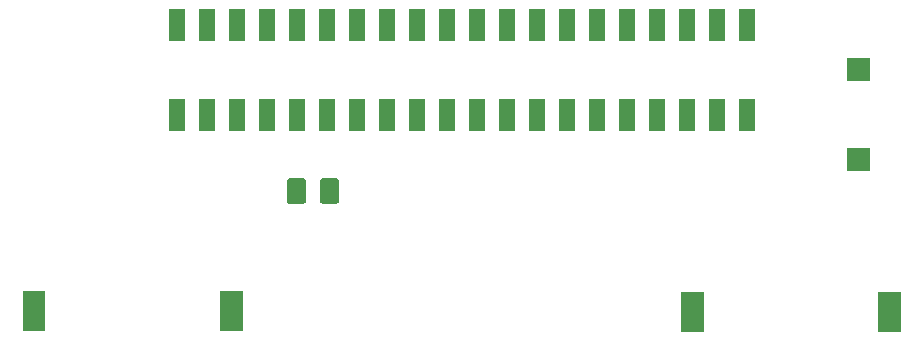
<source format=gbr>
G04 #@! TF.GenerationSoftware,KiCad,Pcbnew,5.0.1+dfsg1-2~bpo9+1*
G04 #@! TF.CreationDate,2018-11-07T17:05:17+00:00*
G04 #@! TF.ProjectId,xmas_zero_bauble,786D61735F7A65726F5F626175626C65,rev?*
G04 #@! TF.SameCoordinates,Original*
G04 #@! TF.FileFunction,Soldermask,Bot*
G04 #@! TF.FilePolarity,Negative*
%FSLAX46Y46*%
G04 Gerber Fmt 4.6, Leading zero omitted, Abs format (unit mm)*
G04 Created by KiCad (PCBNEW 5.0.1+dfsg1-2~bpo9+1) date Wed 07 Nov 2018 17:05:17 GMT*
%MOMM*%
%LPD*%
G01*
G04 APERTURE LIST*
%ADD10C,0.100000*%
G04 APERTURE END LIST*
D10*
G36*
X227380500Y-86763500D02*
X225456500Y-86763500D01*
X225456500Y-83363500D01*
X227380500Y-83363500D01*
X227380500Y-86763500D01*
X227380500Y-86763500D01*
G37*
G36*
X210680000Y-86763500D02*
X208756000Y-86763500D01*
X208756000Y-83363500D01*
X210680000Y-83363500D01*
X210680000Y-86763500D01*
X210680000Y-86763500D01*
G37*
G36*
X171644000Y-86636500D02*
X169720000Y-86636500D01*
X169720000Y-83236500D01*
X171644000Y-83236500D01*
X171644000Y-86636500D01*
X171644000Y-86636500D01*
G37*
G36*
X154943500Y-86636500D02*
X153019500Y-86636500D01*
X153019500Y-83236500D01*
X154943500Y-83236500D01*
X154943500Y-86636500D01*
X154943500Y-86636500D01*
G37*
G36*
X176819628Y-73730493D02*
X176867354Y-73744970D01*
X176911336Y-73768479D01*
X176949885Y-73800115D01*
X176981521Y-73838664D01*
X177005030Y-73882646D01*
X177019507Y-73930372D01*
X177025000Y-73986141D01*
X177025000Y-75613859D01*
X177019507Y-75669628D01*
X177005030Y-75717354D01*
X176981521Y-75761336D01*
X176949885Y-75799885D01*
X176911336Y-75831521D01*
X176867354Y-75855030D01*
X176819628Y-75869507D01*
X176763859Y-75875000D01*
X175636141Y-75875000D01*
X175580372Y-75869507D01*
X175532646Y-75855030D01*
X175488664Y-75831521D01*
X175450115Y-75799885D01*
X175418479Y-75761336D01*
X175394970Y-75717354D01*
X175380493Y-75669628D01*
X175375000Y-75613859D01*
X175375000Y-73986141D01*
X175380493Y-73930372D01*
X175394970Y-73882646D01*
X175418479Y-73838664D01*
X175450115Y-73800115D01*
X175488664Y-73768479D01*
X175532646Y-73744970D01*
X175580372Y-73730493D01*
X175636141Y-73725000D01*
X176763859Y-73725000D01*
X176819628Y-73730493D01*
X176819628Y-73730493D01*
G37*
G36*
X179619628Y-73730493D02*
X179667354Y-73744970D01*
X179711336Y-73768479D01*
X179749885Y-73800115D01*
X179781521Y-73838664D01*
X179805030Y-73882646D01*
X179819507Y-73930372D01*
X179825000Y-73986141D01*
X179825000Y-75613859D01*
X179819507Y-75669628D01*
X179805030Y-75717354D01*
X179781521Y-75761336D01*
X179749885Y-75799885D01*
X179711336Y-75831521D01*
X179667354Y-75855030D01*
X179619628Y-75869507D01*
X179563859Y-75875000D01*
X178436141Y-75875000D01*
X178380372Y-75869507D01*
X178332646Y-75855030D01*
X178288664Y-75831521D01*
X178250115Y-75799885D01*
X178218479Y-75761336D01*
X178194970Y-75717354D01*
X178180493Y-75669628D01*
X178175000Y-75613859D01*
X178175000Y-73986141D01*
X178180493Y-73930372D01*
X178194970Y-73882646D01*
X178218479Y-73838664D01*
X178250115Y-73800115D01*
X178288664Y-73768479D01*
X178332646Y-73744970D01*
X178380372Y-73730493D01*
X178436141Y-73725000D01*
X179563859Y-73725000D01*
X179619628Y-73730493D01*
X179619628Y-73730493D01*
G37*
G36*
X224762000Y-73072000D02*
X222838000Y-73072000D01*
X222838000Y-71148000D01*
X224762000Y-71148000D01*
X224762000Y-73072000D01*
X224762000Y-73072000D01*
G37*
G36*
X192193121Y-69710940D02*
X190793121Y-69710940D01*
X190793121Y-67010940D01*
X192193121Y-67010940D01*
X192193121Y-69710940D01*
X192193121Y-69710940D01*
G37*
G36*
X209973121Y-69710940D02*
X208573121Y-69710940D01*
X208573121Y-67010940D01*
X209973121Y-67010940D01*
X209973121Y-69710940D01*
X209973121Y-69710940D01*
G37*
G36*
X194733121Y-69710940D02*
X193333121Y-69710940D01*
X193333121Y-67010940D01*
X194733121Y-67010940D01*
X194733121Y-69710940D01*
X194733121Y-69710940D01*
G37*
G36*
X197273121Y-69710940D02*
X195873121Y-69710940D01*
X195873121Y-67010940D01*
X197273121Y-67010940D01*
X197273121Y-69710940D01*
X197273121Y-69710940D01*
G37*
G36*
X199813121Y-69710940D02*
X198413121Y-69710940D01*
X198413121Y-67010940D01*
X199813121Y-67010940D01*
X199813121Y-69710940D01*
X199813121Y-69710940D01*
G37*
G36*
X202353121Y-69710940D02*
X200953121Y-69710940D01*
X200953121Y-67010940D01*
X202353121Y-67010940D01*
X202353121Y-69710940D01*
X202353121Y-69710940D01*
G37*
G36*
X204893121Y-69710940D02*
X203493121Y-69710940D01*
X203493121Y-67010940D01*
X204893121Y-67010940D01*
X204893121Y-69710940D01*
X204893121Y-69710940D01*
G37*
G36*
X207433121Y-69710940D02*
X206033121Y-69710940D01*
X206033121Y-67010940D01*
X207433121Y-67010940D01*
X207433121Y-69710940D01*
X207433121Y-69710940D01*
G37*
G36*
X212513121Y-69710940D02*
X211113121Y-69710940D01*
X211113121Y-67010940D01*
X212513121Y-67010940D01*
X212513121Y-69710940D01*
X212513121Y-69710940D01*
G37*
G36*
X215053121Y-69710940D02*
X213653121Y-69710940D01*
X213653121Y-67010940D01*
X215053121Y-67010940D01*
X215053121Y-69710940D01*
X215053121Y-69710940D01*
G37*
G36*
X187113121Y-69710940D02*
X185713121Y-69710940D01*
X185713121Y-67010940D01*
X187113121Y-67010940D01*
X187113121Y-69710940D01*
X187113121Y-69710940D01*
G37*
G36*
X184573121Y-69710940D02*
X183173121Y-69710940D01*
X183173121Y-67010940D01*
X184573121Y-67010940D01*
X184573121Y-69710940D01*
X184573121Y-69710940D01*
G37*
G36*
X182033121Y-69710940D02*
X180633121Y-69710940D01*
X180633121Y-67010940D01*
X182033121Y-67010940D01*
X182033121Y-69710940D01*
X182033121Y-69710940D01*
G37*
G36*
X179493121Y-69710940D02*
X178093121Y-69710940D01*
X178093121Y-67010940D01*
X179493121Y-67010940D01*
X179493121Y-69710940D01*
X179493121Y-69710940D01*
G37*
G36*
X176953121Y-69710940D02*
X175553121Y-69710940D01*
X175553121Y-67010940D01*
X176953121Y-67010940D01*
X176953121Y-69710940D01*
X176953121Y-69710940D01*
G37*
G36*
X174413121Y-69710940D02*
X173013121Y-69710940D01*
X173013121Y-67010940D01*
X174413121Y-67010940D01*
X174413121Y-69710940D01*
X174413121Y-69710940D01*
G37*
G36*
X171873121Y-69710940D02*
X170473121Y-69710940D01*
X170473121Y-67010940D01*
X171873121Y-67010940D01*
X171873121Y-69710940D01*
X171873121Y-69710940D01*
G37*
G36*
X169333121Y-69710940D02*
X167933121Y-69710940D01*
X167933121Y-67010940D01*
X169333121Y-67010940D01*
X169333121Y-69710940D01*
X169333121Y-69710940D01*
G37*
G36*
X166793121Y-69710940D02*
X165393121Y-69710940D01*
X165393121Y-67010940D01*
X166793121Y-67010940D01*
X166793121Y-69710940D01*
X166793121Y-69710940D01*
G37*
G36*
X189653121Y-69710940D02*
X188253121Y-69710940D01*
X188253121Y-67010940D01*
X189653121Y-67010940D01*
X189653121Y-69710940D01*
X189653121Y-69710940D01*
G37*
G36*
X224762000Y-65452000D02*
X222838000Y-65452000D01*
X222838000Y-63528000D01*
X224762000Y-63528000D01*
X224762000Y-65452000D01*
X224762000Y-65452000D01*
G37*
G36*
X169333121Y-62090940D02*
X167933121Y-62090940D01*
X167933121Y-59390940D01*
X169333121Y-59390940D01*
X169333121Y-62090940D01*
X169333121Y-62090940D01*
G37*
G36*
X171873121Y-62090940D02*
X170473121Y-62090940D01*
X170473121Y-59390940D01*
X171873121Y-59390940D01*
X171873121Y-62090940D01*
X171873121Y-62090940D01*
G37*
G36*
X174413121Y-62090940D02*
X173013121Y-62090940D01*
X173013121Y-59390940D01*
X174413121Y-59390940D01*
X174413121Y-62090940D01*
X174413121Y-62090940D01*
G37*
G36*
X176953121Y-62090940D02*
X175553121Y-62090940D01*
X175553121Y-59390940D01*
X176953121Y-59390940D01*
X176953121Y-62090940D01*
X176953121Y-62090940D01*
G37*
G36*
X179493121Y-62090940D02*
X178093121Y-62090940D01*
X178093121Y-59390940D01*
X179493121Y-59390940D01*
X179493121Y-62090940D01*
X179493121Y-62090940D01*
G37*
G36*
X182033121Y-62090940D02*
X180633121Y-62090940D01*
X180633121Y-59390940D01*
X182033121Y-59390940D01*
X182033121Y-62090940D01*
X182033121Y-62090940D01*
G37*
G36*
X184573121Y-62090940D02*
X183173121Y-62090940D01*
X183173121Y-59390940D01*
X184573121Y-59390940D01*
X184573121Y-62090940D01*
X184573121Y-62090940D01*
G37*
G36*
X189653121Y-62090940D02*
X188253121Y-62090940D01*
X188253121Y-59390940D01*
X189653121Y-59390940D01*
X189653121Y-62090940D01*
X189653121Y-62090940D01*
G37*
G36*
X166793121Y-62090940D02*
X165393121Y-62090940D01*
X165393121Y-59390940D01*
X166793121Y-59390940D01*
X166793121Y-62090940D01*
X166793121Y-62090940D01*
G37*
G36*
X212513121Y-62090940D02*
X211113121Y-62090940D01*
X211113121Y-59390940D01*
X212513121Y-59390940D01*
X212513121Y-62090940D01*
X212513121Y-62090940D01*
G37*
G36*
X209973121Y-62090940D02*
X208573121Y-62090940D01*
X208573121Y-59390940D01*
X209973121Y-59390940D01*
X209973121Y-62090940D01*
X209973121Y-62090940D01*
G37*
G36*
X207433121Y-62090940D02*
X206033121Y-62090940D01*
X206033121Y-59390940D01*
X207433121Y-59390940D01*
X207433121Y-62090940D01*
X207433121Y-62090940D01*
G37*
G36*
X192193121Y-62090940D02*
X190793121Y-62090940D01*
X190793121Y-59390940D01*
X192193121Y-59390940D01*
X192193121Y-62090940D01*
X192193121Y-62090940D01*
G37*
G36*
X187113121Y-62090940D02*
X185713121Y-62090940D01*
X185713121Y-59390940D01*
X187113121Y-59390940D01*
X187113121Y-62090940D01*
X187113121Y-62090940D01*
G37*
G36*
X204893121Y-62090940D02*
X203493121Y-62090940D01*
X203493121Y-59390940D01*
X204893121Y-59390940D01*
X204893121Y-62090940D01*
X204893121Y-62090940D01*
G37*
G36*
X215053121Y-62090940D02*
X213653121Y-62090940D01*
X213653121Y-59390940D01*
X215053121Y-59390940D01*
X215053121Y-62090940D01*
X215053121Y-62090940D01*
G37*
G36*
X194733121Y-62090940D02*
X193333121Y-62090940D01*
X193333121Y-59390940D01*
X194733121Y-59390940D01*
X194733121Y-62090940D01*
X194733121Y-62090940D01*
G37*
G36*
X202353121Y-62090940D02*
X200953121Y-62090940D01*
X200953121Y-59390940D01*
X202353121Y-59390940D01*
X202353121Y-62090940D01*
X202353121Y-62090940D01*
G37*
G36*
X197273121Y-62090940D02*
X195873121Y-62090940D01*
X195873121Y-59390940D01*
X197273121Y-59390940D01*
X197273121Y-62090940D01*
X197273121Y-62090940D01*
G37*
G36*
X199813121Y-62090940D02*
X198413121Y-62090940D01*
X198413121Y-59390940D01*
X199813121Y-59390940D01*
X199813121Y-62090940D01*
X199813121Y-62090940D01*
G37*
M02*

</source>
